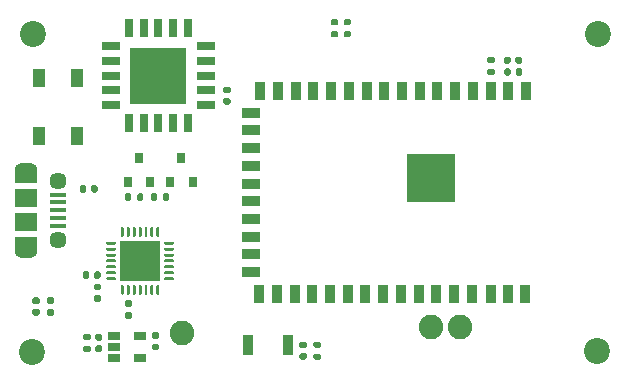
<source format=gts>
G04 #@! TF.GenerationSoftware,KiCad,Pcbnew,(5.1.9)-1*
G04 #@! TF.CreationDate,2021-04-20T13:04:08+03:00*
G04 #@! TF.ProjectId,ESP32_SCD40-D-R2,45535033-325f-4534-9344-34302d442d52,rev?*
G04 #@! TF.SameCoordinates,Original*
G04 #@! TF.FileFunction,Soldermask,Top*
G04 #@! TF.FilePolarity,Negative*
%FSLAX46Y46*%
G04 Gerber Fmt 4.6, Leading zero omitted, Abs format (unit mm)*
G04 Created by KiCad (PCBNEW (5.1.9)-1) date 2021-04-20 13:04:08*
%MOMM*%
%LPD*%
G01*
G04 APERTURE LIST*
%ADD10R,0.900000X1.500000*%
%ADD11R,1.500000X0.900000*%
%ADD12R,4.100000X4.100000*%
%ADD13C,2.200000*%
%ADD14R,1.500000X0.800000*%
%ADD15R,0.800000X1.500000*%
%ADD16R,4.800000X4.800000*%
%ADD17R,1.060000X0.650000*%
%ADD18R,3.350000X3.350000*%
%ADD19C,2.082800*%
%ADD20R,0.900000X1.700000*%
%ADD21R,0.800000X0.900000*%
%ADD22O,1.900000X0.950000*%
%ADD23R,1.900000X1.200000*%
%ADD24R,1.900000X1.500000*%
%ADD25R,1.350000X0.400000*%
%ADD26C,1.450000*%
%ADD27R,1.000000X1.500000*%
G04 APERTURE END LIST*
D10*
G04 #@! TO.C,U2*
X43825000Y-6875000D03*
X22825000Y-6875000D03*
X21325000Y-6875000D03*
D11*
X20575000Y-8750000D03*
X20575000Y-10250000D03*
X20575000Y-11750000D03*
X20575000Y-13250000D03*
X20575000Y-14750000D03*
X20575000Y-16250000D03*
X20575000Y-17750000D03*
X20575000Y-19250000D03*
D10*
X42325000Y-6875000D03*
X40825000Y-6875000D03*
X39325000Y-6875000D03*
X37825000Y-6875000D03*
X36325000Y-6875000D03*
X34825000Y-6875000D03*
X33325000Y-6875000D03*
X31825000Y-6875000D03*
X30325000Y-6875000D03*
X28825000Y-6875000D03*
X27325000Y-6875000D03*
X25825000Y-6875000D03*
X24325000Y-6875000D03*
X37725000Y-24125000D03*
X36225000Y-24125000D03*
X34725000Y-24125000D03*
X33225000Y-24125000D03*
X31725000Y-24125000D03*
X30225000Y-24125000D03*
X28725000Y-24125000D03*
X27225000Y-24125000D03*
X25725000Y-24125000D03*
X24225000Y-24125000D03*
X22725000Y-24125000D03*
X21225000Y-24125000D03*
D11*
X20575000Y-22250000D03*
X20575000Y-20750000D03*
D10*
X39225000Y-24125000D03*
X40825000Y-24125000D03*
X42325000Y-24125000D03*
X43725000Y-24125000D03*
D12*
X35785000Y-14310000D03*
G04 #@! TD*
D13*
G04 #@! TO.C,H3*
X49800000Y-28900000D03*
G04 #@! TD*
G04 #@! TO.C,H4*
X49900000Y-2050000D03*
G04 #@! TD*
D14*
G04 #@! TO.C,U4*
X8700000Y-3100000D03*
X8700000Y-4350000D03*
X8700000Y-5600000D03*
X8700000Y-6850000D03*
X8700000Y-8100000D03*
D15*
X15200000Y-1600000D03*
X13950000Y-1600000D03*
X12700000Y-1600000D03*
X11450000Y-1600000D03*
X10200000Y-1600000D03*
D14*
X16700000Y-3100000D03*
X16700000Y-4350000D03*
X16700000Y-5600000D03*
X16700000Y-6850000D03*
X16700000Y-8100000D03*
D15*
X15200000Y-9600000D03*
X13950000Y-9600000D03*
X12700000Y-9600000D03*
X11450000Y-9600000D03*
X10200000Y-9600000D03*
D16*
X12700000Y-5600000D03*
G04 #@! TD*
D17*
G04 #@! TO.C,U3*
X11150000Y-27650000D03*
X11150000Y-29550000D03*
X8950000Y-29550000D03*
X8950000Y-28600000D03*
X8950000Y-27650000D03*
G04 #@! TD*
D18*
G04 #@! TO.C,U1*
X11150000Y-21300000D03*
G36*
G01*
X9525000Y-19187500D02*
X9525000Y-18512500D01*
G75*
G02*
X9587500Y-18450000I62500J0D01*
G01*
X9712500Y-18450000D01*
G75*
G02*
X9775000Y-18512500I0J-62500D01*
G01*
X9775000Y-19187500D01*
G75*
G02*
X9712500Y-19250000I-62500J0D01*
G01*
X9587500Y-19250000D01*
G75*
G02*
X9525000Y-19187500I0J62500D01*
G01*
G37*
G36*
G01*
X10025000Y-19187500D02*
X10025000Y-18512500D01*
G75*
G02*
X10087500Y-18450000I62500J0D01*
G01*
X10212500Y-18450000D01*
G75*
G02*
X10275000Y-18512500I0J-62500D01*
G01*
X10275000Y-19187500D01*
G75*
G02*
X10212500Y-19250000I-62500J0D01*
G01*
X10087500Y-19250000D01*
G75*
G02*
X10025000Y-19187500I0J62500D01*
G01*
G37*
G36*
G01*
X10525000Y-19187500D02*
X10525000Y-18512500D01*
G75*
G02*
X10587500Y-18450000I62500J0D01*
G01*
X10712500Y-18450000D01*
G75*
G02*
X10775000Y-18512500I0J-62500D01*
G01*
X10775000Y-19187500D01*
G75*
G02*
X10712500Y-19250000I-62500J0D01*
G01*
X10587500Y-19250000D01*
G75*
G02*
X10525000Y-19187500I0J62500D01*
G01*
G37*
G36*
G01*
X11025000Y-19187500D02*
X11025000Y-18512500D01*
G75*
G02*
X11087500Y-18450000I62500J0D01*
G01*
X11212500Y-18450000D01*
G75*
G02*
X11275000Y-18512500I0J-62500D01*
G01*
X11275000Y-19187500D01*
G75*
G02*
X11212500Y-19250000I-62500J0D01*
G01*
X11087500Y-19250000D01*
G75*
G02*
X11025000Y-19187500I0J62500D01*
G01*
G37*
G36*
G01*
X11525000Y-19187500D02*
X11525000Y-18512500D01*
G75*
G02*
X11587500Y-18450000I62500J0D01*
G01*
X11712500Y-18450000D01*
G75*
G02*
X11775000Y-18512500I0J-62500D01*
G01*
X11775000Y-19187500D01*
G75*
G02*
X11712500Y-19250000I-62500J0D01*
G01*
X11587500Y-19250000D01*
G75*
G02*
X11525000Y-19187500I0J62500D01*
G01*
G37*
G36*
G01*
X12025000Y-19187500D02*
X12025000Y-18512500D01*
G75*
G02*
X12087500Y-18450000I62500J0D01*
G01*
X12212500Y-18450000D01*
G75*
G02*
X12275000Y-18512500I0J-62500D01*
G01*
X12275000Y-19187500D01*
G75*
G02*
X12212500Y-19250000I-62500J0D01*
G01*
X12087500Y-19250000D01*
G75*
G02*
X12025000Y-19187500I0J62500D01*
G01*
G37*
G36*
G01*
X12525000Y-19187500D02*
X12525000Y-18512500D01*
G75*
G02*
X12587500Y-18450000I62500J0D01*
G01*
X12712500Y-18450000D01*
G75*
G02*
X12775000Y-18512500I0J-62500D01*
G01*
X12775000Y-19187500D01*
G75*
G02*
X12712500Y-19250000I-62500J0D01*
G01*
X12587500Y-19250000D01*
G75*
G02*
X12525000Y-19187500I0J62500D01*
G01*
G37*
G36*
G01*
X13200000Y-19862500D02*
X13200000Y-19737500D01*
G75*
G02*
X13262500Y-19675000I62500J0D01*
G01*
X13937500Y-19675000D01*
G75*
G02*
X14000000Y-19737500I0J-62500D01*
G01*
X14000000Y-19862500D01*
G75*
G02*
X13937500Y-19925000I-62500J0D01*
G01*
X13262500Y-19925000D01*
G75*
G02*
X13200000Y-19862500I0J62500D01*
G01*
G37*
G36*
G01*
X13200000Y-20362500D02*
X13200000Y-20237500D01*
G75*
G02*
X13262500Y-20175000I62500J0D01*
G01*
X13937500Y-20175000D01*
G75*
G02*
X14000000Y-20237500I0J-62500D01*
G01*
X14000000Y-20362500D01*
G75*
G02*
X13937500Y-20425000I-62500J0D01*
G01*
X13262500Y-20425000D01*
G75*
G02*
X13200000Y-20362500I0J62500D01*
G01*
G37*
G36*
G01*
X13200000Y-20862500D02*
X13200000Y-20737500D01*
G75*
G02*
X13262500Y-20675000I62500J0D01*
G01*
X13937500Y-20675000D01*
G75*
G02*
X14000000Y-20737500I0J-62500D01*
G01*
X14000000Y-20862500D01*
G75*
G02*
X13937500Y-20925000I-62500J0D01*
G01*
X13262500Y-20925000D01*
G75*
G02*
X13200000Y-20862500I0J62500D01*
G01*
G37*
G36*
G01*
X13200000Y-21362500D02*
X13200000Y-21237500D01*
G75*
G02*
X13262500Y-21175000I62500J0D01*
G01*
X13937500Y-21175000D01*
G75*
G02*
X14000000Y-21237500I0J-62500D01*
G01*
X14000000Y-21362500D01*
G75*
G02*
X13937500Y-21425000I-62500J0D01*
G01*
X13262500Y-21425000D01*
G75*
G02*
X13200000Y-21362500I0J62500D01*
G01*
G37*
G36*
G01*
X13200000Y-21862500D02*
X13200000Y-21737500D01*
G75*
G02*
X13262500Y-21675000I62500J0D01*
G01*
X13937500Y-21675000D01*
G75*
G02*
X14000000Y-21737500I0J-62500D01*
G01*
X14000000Y-21862500D01*
G75*
G02*
X13937500Y-21925000I-62500J0D01*
G01*
X13262500Y-21925000D01*
G75*
G02*
X13200000Y-21862500I0J62500D01*
G01*
G37*
G36*
G01*
X13200000Y-22362500D02*
X13200000Y-22237500D01*
G75*
G02*
X13262500Y-22175000I62500J0D01*
G01*
X13937500Y-22175000D01*
G75*
G02*
X14000000Y-22237500I0J-62500D01*
G01*
X14000000Y-22362500D01*
G75*
G02*
X13937500Y-22425000I-62500J0D01*
G01*
X13262500Y-22425000D01*
G75*
G02*
X13200000Y-22362500I0J62500D01*
G01*
G37*
G36*
G01*
X13200000Y-22862500D02*
X13200000Y-22737500D01*
G75*
G02*
X13262500Y-22675000I62500J0D01*
G01*
X13937500Y-22675000D01*
G75*
G02*
X14000000Y-22737500I0J-62500D01*
G01*
X14000000Y-22862500D01*
G75*
G02*
X13937500Y-22925000I-62500J0D01*
G01*
X13262500Y-22925000D01*
G75*
G02*
X13200000Y-22862500I0J62500D01*
G01*
G37*
G36*
G01*
X12525000Y-24087500D02*
X12525000Y-23412500D01*
G75*
G02*
X12587500Y-23350000I62500J0D01*
G01*
X12712500Y-23350000D01*
G75*
G02*
X12775000Y-23412500I0J-62500D01*
G01*
X12775000Y-24087500D01*
G75*
G02*
X12712500Y-24150000I-62500J0D01*
G01*
X12587500Y-24150000D01*
G75*
G02*
X12525000Y-24087500I0J62500D01*
G01*
G37*
G36*
G01*
X12025000Y-24087500D02*
X12025000Y-23412500D01*
G75*
G02*
X12087500Y-23350000I62500J0D01*
G01*
X12212500Y-23350000D01*
G75*
G02*
X12275000Y-23412500I0J-62500D01*
G01*
X12275000Y-24087500D01*
G75*
G02*
X12212500Y-24150000I-62500J0D01*
G01*
X12087500Y-24150000D01*
G75*
G02*
X12025000Y-24087500I0J62500D01*
G01*
G37*
G36*
G01*
X11525000Y-24087500D02*
X11525000Y-23412500D01*
G75*
G02*
X11587500Y-23350000I62500J0D01*
G01*
X11712500Y-23350000D01*
G75*
G02*
X11775000Y-23412500I0J-62500D01*
G01*
X11775000Y-24087500D01*
G75*
G02*
X11712500Y-24150000I-62500J0D01*
G01*
X11587500Y-24150000D01*
G75*
G02*
X11525000Y-24087500I0J62500D01*
G01*
G37*
G36*
G01*
X11025000Y-24087500D02*
X11025000Y-23412500D01*
G75*
G02*
X11087500Y-23350000I62500J0D01*
G01*
X11212500Y-23350000D01*
G75*
G02*
X11275000Y-23412500I0J-62500D01*
G01*
X11275000Y-24087500D01*
G75*
G02*
X11212500Y-24150000I-62500J0D01*
G01*
X11087500Y-24150000D01*
G75*
G02*
X11025000Y-24087500I0J62500D01*
G01*
G37*
G36*
G01*
X10525000Y-24087500D02*
X10525000Y-23412500D01*
G75*
G02*
X10587500Y-23350000I62500J0D01*
G01*
X10712500Y-23350000D01*
G75*
G02*
X10775000Y-23412500I0J-62500D01*
G01*
X10775000Y-24087500D01*
G75*
G02*
X10712500Y-24150000I-62500J0D01*
G01*
X10587500Y-24150000D01*
G75*
G02*
X10525000Y-24087500I0J62500D01*
G01*
G37*
G36*
G01*
X10025000Y-24087500D02*
X10025000Y-23412500D01*
G75*
G02*
X10087500Y-23350000I62500J0D01*
G01*
X10212500Y-23350000D01*
G75*
G02*
X10275000Y-23412500I0J-62500D01*
G01*
X10275000Y-24087500D01*
G75*
G02*
X10212500Y-24150000I-62500J0D01*
G01*
X10087500Y-24150000D01*
G75*
G02*
X10025000Y-24087500I0J62500D01*
G01*
G37*
G36*
G01*
X9525000Y-24087500D02*
X9525000Y-23412500D01*
G75*
G02*
X9587500Y-23350000I62500J0D01*
G01*
X9712500Y-23350000D01*
G75*
G02*
X9775000Y-23412500I0J-62500D01*
G01*
X9775000Y-24087500D01*
G75*
G02*
X9712500Y-24150000I-62500J0D01*
G01*
X9587500Y-24150000D01*
G75*
G02*
X9525000Y-24087500I0J62500D01*
G01*
G37*
G36*
G01*
X8300000Y-22862500D02*
X8300000Y-22737500D01*
G75*
G02*
X8362500Y-22675000I62500J0D01*
G01*
X9037500Y-22675000D01*
G75*
G02*
X9100000Y-22737500I0J-62500D01*
G01*
X9100000Y-22862500D01*
G75*
G02*
X9037500Y-22925000I-62500J0D01*
G01*
X8362500Y-22925000D01*
G75*
G02*
X8300000Y-22862500I0J62500D01*
G01*
G37*
G36*
G01*
X8300000Y-22362500D02*
X8300000Y-22237500D01*
G75*
G02*
X8362500Y-22175000I62500J0D01*
G01*
X9037500Y-22175000D01*
G75*
G02*
X9100000Y-22237500I0J-62500D01*
G01*
X9100000Y-22362500D01*
G75*
G02*
X9037500Y-22425000I-62500J0D01*
G01*
X8362500Y-22425000D01*
G75*
G02*
X8300000Y-22362500I0J62500D01*
G01*
G37*
G36*
G01*
X8300000Y-21862500D02*
X8300000Y-21737500D01*
G75*
G02*
X8362500Y-21675000I62500J0D01*
G01*
X9037500Y-21675000D01*
G75*
G02*
X9100000Y-21737500I0J-62500D01*
G01*
X9100000Y-21862500D01*
G75*
G02*
X9037500Y-21925000I-62500J0D01*
G01*
X8362500Y-21925000D01*
G75*
G02*
X8300000Y-21862500I0J62500D01*
G01*
G37*
G36*
G01*
X8300000Y-21362500D02*
X8300000Y-21237500D01*
G75*
G02*
X8362500Y-21175000I62500J0D01*
G01*
X9037500Y-21175000D01*
G75*
G02*
X9100000Y-21237500I0J-62500D01*
G01*
X9100000Y-21362500D01*
G75*
G02*
X9037500Y-21425000I-62500J0D01*
G01*
X8362500Y-21425000D01*
G75*
G02*
X8300000Y-21362500I0J62500D01*
G01*
G37*
G36*
G01*
X8300000Y-20862500D02*
X8300000Y-20737500D01*
G75*
G02*
X8362500Y-20675000I62500J0D01*
G01*
X9037500Y-20675000D01*
G75*
G02*
X9100000Y-20737500I0J-62500D01*
G01*
X9100000Y-20862500D01*
G75*
G02*
X9037500Y-20925000I-62500J0D01*
G01*
X8362500Y-20925000D01*
G75*
G02*
X8300000Y-20862500I0J62500D01*
G01*
G37*
G36*
G01*
X8300000Y-20362500D02*
X8300000Y-20237500D01*
G75*
G02*
X8362500Y-20175000I62500J0D01*
G01*
X9037500Y-20175000D01*
G75*
G02*
X9100000Y-20237500I0J-62500D01*
G01*
X9100000Y-20362500D01*
G75*
G02*
X9037500Y-20425000I-62500J0D01*
G01*
X8362500Y-20425000D01*
G75*
G02*
X8300000Y-20362500I0J62500D01*
G01*
G37*
G36*
G01*
X8300000Y-19862500D02*
X8300000Y-19737500D01*
G75*
G02*
X8362500Y-19675000I62500J0D01*
G01*
X9037500Y-19675000D01*
G75*
G02*
X9100000Y-19737500I0J-62500D01*
G01*
X9100000Y-19862500D01*
G75*
G02*
X9037500Y-19925000I-62500J0D01*
G01*
X8362500Y-19925000D01*
G75*
G02*
X8300000Y-19862500I0J62500D01*
G01*
G37*
G04 #@! TD*
D19*
G04 #@! TO.C,TP3*
X35750000Y-26900000D03*
G04 #@! TD*
G04 #@! TO.C,TP2*
X38250000Y-26900000D03*
G04 #@! TD*
G04 #@! TO.C,TP1*
X14700000Y-27400000D03*
G04 #@! TD*
D20*
G04 #@! TO.C,SW1*
X23650000Y-28400000D03*
X20250000Y-28400000D03*
G04 #@! TD*
G04 #@! TO.C,R9*
G36*
G01*
X6465000Y-28490000D02*
X6835000Y-28490000D01*
G75*
G02*
X6970000Y-28625000I0J-135000D01*
G01*
X6970000Y-28895000D01*
G75*
G02*
X6835000Y-29030000I-135000J0D01*
G01*
X6465000Y-29030000D01*
G75*
G02*
X6330000Y-28895000I0J135000D01*
G01*
X6330000Y-28625000D01*
G75*
G02*
X6465000Y-28490000I135000J0D01*
G01*
G37*
G36*
G01*
X6465000Y-27470000D02*
X6835000Y-27470000D01*
G75*
G02*
X6970000Y-27605000I0J-135000D01*
G01*
X6970000Y-27875000D01*
G75*
G02*
X6835000Y-28010000I-135000J0D01*
G01*
X6465000Y-28010000D01*
G75*
G02*
X6330000Y-27875000I0J135000D01*
G01*
X6330000Y-27605000D01*
G75*
G02*
X6465000Y-27470000I135000J0D01*
G01*
G37*
G04 #@! TD*
G04 #@! TO.C,R8*
G36*
G01*
X41035000Y-4550000D02*
X40665000Y-4550000D01*
G75*
G02*
X40530000Y-4415000I0J135000D01*
G01*
X40530000Y-4145000D01*
G75*
G02*
X40665000Y-4010000I135000J0D01*
G01*
X41035000Y-4010000D01*
G75*
G02*
X41170000Y-4145000I0J-135000D01*
G01*
X41170000Y-4415000D01*
G75*
G02*
X41035000Y-4550000I-135000J0D01*
G01*
G37*
G36*
G01*
X41035000Y-5570000D02*
X40665000Y-5570000D01*
G75*
G02*
X40530000Y-5435000I0J135000D01*
G01*
X40530000Y-5165000D01*
G75*
G02*
X40665000Y-5030000I135000J0D01*
G01*
X41035000Y-5030000D01*
G75*
G02*
X41170000Y-5165000I0J-135000D01*
G01*
X41170000Y-5435000D01*
G75*
G02*
X41035000Y-5570000I-135000J0D01*
G01*
G37*
G04 #@! TD*
G04 #@! TO.C,R7*
G36*
G01*
X12600000Y-15715000D02*
X12600000Y-16085000D01*
G75*
G02*
X12465000Y-16220000I-135000J0D01*
G01*
X12195000Y-16220000D01*
G75*
G02*
X12060000Y-16085000I0J135000D01*
G01*
X12060000Y-15715000D01*
G75*
G02*
X12195000Y-15580000I135000J0D01*
G01*
X12465000Y-15580000D01*
G75*
G02*
X12600000Y-15715000I0J-135000D01*
G01*
G37*
G36*
G01*
X13620000Y-15715000D02*
X13620000Y-16085000D01*
G75*
G02*
X13485000Y-16220000I-135000J0D01*
G01*
X13215000Y-16220000D01*
G75*
G02*
X13080000Y-16085000I0J135000D01*
G01*
X13080000Y-15715000D01*
G75*
G02*
X13215000Y-15580000I135000J0D01*
G01*
X13485000Y-15580000D01*
G75*
G02*
X13620000Y-15715000I0J-135000D01*
G01*
G37*
G04 #@! TD*
G04 #@! TO.C,R6*
G36*
G01*
X27785000Y-1360000D02*
X27415000Y-1360000D01*
G75*
G02*
X27280000Y-1225000I0J135000D01*
G01*
X27280000Y-955000D01*
G75*
G02*
X27415000Y-820000I135000J0D01*
G01*
X27785000Y-820000D01*
G75*
G02*
X27920000Y-955000I0J-135000D01*
G01*
X27920000Y-1225000D01*
G75*
G02*
X27785000Y-1360000I-135000J0D01*
G01*
G37*
G36*
G01*
X27785000Y-2380000D02*
X27415000Y-2380000D01*
G75*
G02*
X27280000Y-2245000I0J135000D01*
G01*
X27280000Y-1975000D01*
G75*
G02*
X27415000Y-1840000I135000J0D01*
G01*
X27785000Y-1840000D01*
G75*
G02*
X27920000Y-1975000I0J-135000D01*
G01*
X27920000Y-2245000D01*
G75*
G02*
X27785000Y-2380000I-135000J0D01*
G01*
G37*
G04 #@! TD*
G04 #@! TO.C,R5*
G36*
G01*
X28885000Y-1350000D02*
X28515000Y-1350000D01*
G75*
G02*
X28380000Y-1215000I0J135000D01*
G01*
X28380000Y-945000D01*
G75*
G02*
X28515000Y-810000I135000J0D01*
G01*
X28885000Y-810000D01*
G75*
G02*
X29020000Y-945000I0J-135000D01*
G01*
X29020000Y-1215000D01*
G75*
G02*
X28885000Y-1350000I-135000J0D01*
G01*
G37*
G36*
G01*
X28885000Y-2370000D02*
X28515000Y-2370000D01*
G75*
G02*
X28380000Y-2235000I0J135000D01*
G01*
X28380000Y-1965000D01*
G75*
G02*
X28515000Y-1830000I135000J0D01*
G01*
X28885000Y-1830000D01*
G75*
G02*
X29020000Y-1965000I0J-135000D01*
G01*
X29020000Y-2235000D01*
G75*
G02*
X28885000Y-2370000I-135000J0D01*
G01*
G37*
G04 #@! TD*
G04 #@! TO.C,R4*
G36*
G01*
X10890000Y-16085000D02*
X10890000Y-15715000D01*
G75*
G02*
X11025000Y-15580000I135000J0D01*
G01*
X11295000Y-15580000D01*
G75*
G02*
X11430000Y-15715000I0J-135000D01*
G01*
X11430000Y-16085000D01*
G75*
G02*
X11295000Y-16220000I-135000J0D01*
G01*
X11025000Y-16220000D01*
G75*
G02*
X10890000Y-16085000I0J135000D01*
G01*
G37*
G36*
G01*
X9870000Y-16085000D02*
X9870000Y-15715000D01*
G75*
G02*
X10005000Y-15580000I135000J0D01*
G01*
X10275000Y-15580000D01*
G75*
G02*
X10410000Y-15715000I0J-135000D01*
G01*
X10410000Y-16085000D01*
G75*
G02*
X10275000Y-16220000I-135000J0D01*
G01*
X10005000Y-16220000D01*
G75*
G02*
X9870000Y-16085000I0J135000D01*
G01*
G37*
G04 #@! TD*
G04 #@! TO.C,R3*
G36*
G01*
X25965000Y-29140000D02*
X26335000Y-29140000D01*
G75*
G02*
X26470000Y-29275000I0J-135000D01*
G01*
X26470000Y-29545000D01*
G75*
G02*
X26335000Y-29680000I-135000J0D01*
G01*
X25965000Y-29680000D01*
G75*
G02*
X25830000Y-29545000I0J135000D01*
G01*
X25830000Y-29275000D01*
G75*
G02*
X25965000Y-29140000I135000J0D01*
G01*
G37*
G36*
G01*
X25965000Y-28120000D02*
X26335000Y-28120000D01*
G75*
G02*
X26470000Y-28255000I0J-135000D01*
G01*
X26470000Y-28525000D01*
G75*
G02*
X26335000Y-28660000I-135000J0D01*
G01*
X25965000Y-28660000D01*
G75*
G02*
X25830000Y-28525000I0J135000D01*
G01*
X25830000Y-28255000D01*
G75*
G02*
X25965000Y-28120000I135000J0D01*
G01*
G37*
G04 #@! TD*
G04 #@! TO.C,R2*
G36*
G01*
X9965000Y-25640000D02*
X10335000Y-25640000D01*
G75*
G02*
X10470000Y-25775000I0J-135000D01*
G01*
X10470000Y-26045000D01*
G75*
G02*
X10335000Y-26180000I-135000J0D01*
G01*
X9965000Y-26180000D01*
G75*
G02*
X9830000Y-26045000I0J135000D01*
G01*
X9830000Y-25775000D01*
G75*
G02*
X9965000Y-25640000I135000J0D01*
G01*
G37*
G36*
G01*
X9965000Y-24620000D02*
X10335000Y-24620000D01*
G75*
G02*
X10470000Y-24755000I0J-135000D01*
G01*
X10470000Y-25025000D01*
G75*
G02*
X10335000Y-25160000I-135000J0D01*
G01*
X9965000Y-25160000D01*
G75*
G02*
X9830000Y-25025000I0J135000D01*
G01*
X9830000Y-24755000D01*
G75*
G02*
X9965000Y-24620000I135000J0D01*
G01*
G37*
G04 #@! TD*
G04 #@! TO.C,R1*
G36*
G01*
X3735000Y-24910000D02*
X3365000Y-24910000D01*
G75*
G02*
X3230000Y-24775000I0J135000D01*
G01*
X3230000Y-24505000D01*
G75*
G02*
X3365000Y-24370000I135000J0D01*
G01*
X3735000Y-24370000D01*
G75*
G02*
X3870000Y-24505000I0J-135000D01*
G01*
X3870000Y-24775000D01*
G75*
G02*
X3735000Y-24910000I-135000J0D01*
G01*
G37*
G36*
G01*
X3735000Y-25930000D02*
X3365000Y-25930000D01*
G75*
G02*
X3230000Y-25795000I0J135000D01*
G01*
X3230000Y-25525000D01*
G75*
G02*
X3365000Y-25390000I135000J0D01*
G01*
X3735000Y-25390000D01*
G75*
G02*
X3870000Y-25525000I0J-135000D01*
G01*
X3870000Y-25795000D01*
G75*
G02*
X3735000Y-25930000I-135000J0D01*
G01*
G37*
G04 #@! TD*
D21*
G04 #@! TO.C,Q2*
X14650000Y-12600000D03*
X15600000Y-14600000D03*
X13700000Y-14600000D03*
G04 #@! TD*
G04 #@! TO.C,Q1*
X11050000Y-12600000D03*
X12000000Y-14600000D03*
X10100000Y-14600000D03*
G04 #@! TD*
D22*
G04 #@! TO.C,J1*
X1500000Y-20500000D03*
X1500000Y-13500000D03*
D23*
X1500000Y-19900000D03*
X1500000Y-14100000D03*
D24*
X1500000Y-18000000D03*
X1500000Y-16000000D03*
D25*
X4200000Y-18300000D03*
X4200000Y-17650000D03*
X4200000Y-17000000D03*
X4200000Y-16350000D03*
X4200000Y-15700000D03*
D26*
X4200000Y-19500000D03*
X4200000Y-14500000D03*
G04 #@! TD*
D13*
G04 #@! TO.C,H2*
X2000000Y-29000000D03*
G04 #@! TD*
G04 #@! TO.C,H1*
X2100000Y-2100000D03*
G04 #@! TD*
G04 #@! TO.C,D2*
G36*
G01*
X2522500Y-24960000D02*
X2177500Y-24960000D01*
G75*
G02*
X2030000Y-24812500I0J147500D01*
G01*
X2030000Y-24517500D01*
G75*
G02*
X2177500Y-24370000I147500J0D01*
G01*
X2522500Y-24370000D01*
G75*
G02*
X2670000Y-24517500I0J-147500D01*
G01*
X2670000Y-24812500D01*
G75*
G02*
X2522500Y-24960000I-147500J0D01*
G01*
G37*
G36*
G01*
X2522500Y-25930000D02*
X2177500Y-25930000D01*
G75*
G02*
X2030000Y-25782500I0J147500D01*
G01*
X2030000Y-25487500D01*
G75*
G02*
X2177500Y-25340000I147500J0D01*
G01*
X2522500Y-25340000D01*
G75*
G02*
X2670000Y-25487500I0J-147500D01*
G01*
X2670000Y-25782500D01*
G75*
G02*
X2522500Y-25930000I-147500J0D01*
G01*
G37*
G04 #@! TD*
D27*
G04 #@! TO.C,D1*
X2600000Y-10750000D03*
X5800000Y-10750000D03*
X2600000Y-5850000D03*
X5800000Y-5850000D03*
G04 #@! TD*
G04 #@! TO.C,C9*
G36*
G01*
X7480000Y-28450000D02*
X7820000Y-28450000D01*
G75*
G02*
X7960000Y-28590000I0J-140000D01*
G01*
X7960000Y-28870000D01*
G75*
G02*
X7820000Y-29010000I-140000J0D01*
G01*
X7480000Y-29010000D01*
G75*
G02*
X7340000Y-28870000I0J140000D01*
G01*
X7340000Y-28590000D01*
G75*
G02*
X7480000Y-28450000I140000J0D01*
G01*
G37*
G36*
G01*
X7480000Y-27490000D02*
X7820000Y-27490000D01*
G75*
G02*
X7960000Y-27630000I0J-140000D01*
G01*
X7960000Y-27910000D01*
G75*
G02*
X7820000Y-28050000I-140000J0D01*
G01*
X7480000Y-28050000D01*
G75*
G02*
X7340000Y-27910000I0J140000D01*
G01*
X7340000Y-27630000D01*
G75*
G02*
X7480000Y-27490000I140000J0D01*
G01*
G37*
G04 #@! TD*
G04 #@! TO.C,C8*
G36*
G01*
X12280000Y-28300000D02*
X12620000Y-28300000D01*
G75*
G02*
X12760000Y-28440000I0J-140000D01*
G01*
X12760000Y-28720000D01*
G75*
G02*
X12620000Y-28860000I-140000J0D01*
G01*
X12280000Y-28860000D01*
G75*
G02*
X12140000Y-28720000I0J140000D01*
G01*
X12140000Y-28440000D01*
G75*
G02*
X12280000Y-28300000I140000J0D01*
G01*
G37*
G36*
G01*
X12280000Y-27340000D02*
X12620000Y-27340000D01*
G75*
G02*
X12760000Y-27480000I0J-140000D01*
G01*
X12760000Y-27760000D01*
G75*
G02*
X12620000Y-27900000I-140000J0D01*
G01*
X12280000Y-27900000D01*
G75*
G02*
X12140000Y-27760000I0J140000D01*
G01*
X12140000Y-27480000D01*
G75*
G02*
X12280000Y-27340000I140000J0D01*
G01*
G37*
G04 #@! TD*
G04 #@! TO.C,C7*
G36*
G01*
X18670000Y-7100000D02*
X18330000Y-7100000D01*
G75*
G02*
X18190000Y-6960000I0J140000D01*
G01*
X18190000Y-6680000D01*
G75*
G02*
X18330000Y-6540000I140000J0D01*
G01*
X18670000Y-6540000D01*
G75*
G02*
X18810000Y-6680000I0J-140000D01*
G01*
X18810000Y-6960000D01*
G75*
G02*
X18670000Y-7100000I-140000J0D01*
G01*
G37*
G36*
G01*
X18670000Y-8060000D02*
X18330000Y-8060000D01*
G75*
G02*
X18190000Y-7920000I0J140000D01*
G01*
X18190000Y-7640000D01*
G75*
G02*
X18330000Y-7500000I140000J0D01*
G01*
X18670000Y-7500000D01*
G75*
G02*
X18810000Y-7640000I0J-140000D01*
G01*
X18810000Y-7920000D01*
G75*
G02*
X18670000Y-8060000I-140000J0D01*
G01*
G37*
G04 #@! TD*
G04 #@! TO.C,C6*
G36*
G01*
X24780000Y-29100000D02*
X25120000Y-29100000D01*
G75*
G02*
X25260000Y-29240000I0J-140000D01*
G01*
X25260000Y-29520000D01*
G75*
G02*
X25120000Y-29660000I-140000J0D01*
G01*
X24780000Y-29660000D01*
G75*
G02*
X24640000Y-29520000I0J140000D01*
G01*
X24640000Y-29240000D01*
G75*
G02*
X24780000Y-29100000I140000J0D01*
G01*
G37*
G36*
G01*
X24780000Y-28140000D02*
X25120000Y-28140000D01*
G75*
G02*
X25260000Y-28280000I0J-140000D01*
G01*
X25260000Y-28560000D01*
G75*
G02*
X25120000Y-28700000I-140000J0D01*
G01*
X24780000Y-28700000D01*
G75*
G02*
X24640000Y-28560000I0J140000D01*
G01*
X24640000Y-28280000D01*
G75*
G02*
X24780000Y-28140000I140000J0D01*
G01*
G37*
G04 #@! TD*
G04 #@! TO.C,C5*
G36*
G01*
X7380000Y-24180000D02*
X7720000Y-24180000D01*
G75*
G02*
X7860000Y-24320000I0J-140000D01*
G01*
X7860000Y-24600000D01*
G75*
G02*
X7720000Y-24740000I-140000J0D01*
G01*
X7380000Y-24740000D01*
G75*
G02*
X7240000Y-24600000I0J140000D01*
G01*
X7240000Y-24320000D01*
G75*
G02*
X7380000Y-24180000I140000J0D01*
G01*
G37*
G36*
G01*
X7380000Y-23220000D02*
X7720000Y-23220000D01*
G75*
G02*
X7860000Y-23360000I0J-140000D01*
G01*
X7860000Y-23640000D01*
G75*
G02*
X7720000Y-23780000I-140000J0D01*
G01*
X7380000Y-23780000D01*
G75*
G02*
X7240000Y-23640000I0J140000D01*
G01*
X7240000Y-23360000D01*
G75*
G02*
X7380000Y-23220000I140000J0D01*
G01*
G37*
G04 #@! TD*
G04 #@! TO.C,C4*
G36*
G01*
X7000000Y-15370000D02*
X7000000Y-15030000D01*
G75*
G02*
X7140000Y-14890000I140000J0D01*
G01*
X7420000Y-14890000D01*
G75*
G02*
X7560000Y-15030000I0J-140000D01*
G01*
X7560000Y-15370000D01*
G75*
G02*
X7420000Y-15510000I-140000J0D01*
G01*
X7140000Y-15510000D01*
G75*
G02*
X7000000Y-15370000I0J140000D01*
G01*
G37*
G36*
G01*
X6040000Y-15370000D02*
X6040000Y-15030000D01*
G75*
G02*
X6180000Y-14890000I140000J0D01*
G01*
X6460000Y-14890000D01*
G75*
G02*
X6600000Y-15030000I0J-140000D01*
G01*
X6600000Y-15370000D01*
G75*
G02*
X6460000Y-15510000I-140000J0D01*
G01*
X6180000Y-15510000D01*
G75*
G02*
X6040000Y-15370000I0J140000D01*
G01*
G37*
G04 #@! TD*
G04 #@! TO.C,C3*
G36*
G01*
X42950000Y-5470000D02*
X42950000Y-5130000D01*
G75*
G02*
X43090000Y-4990000I140000J0D01*
G01*
X43370000Y-4990000D01*
G75*
G02*
X43510000Y-5130000I0J-140000D01*
G01*
X43510000Y-5470000D01*
G75*
G02*
X43370000Y-5610000I-140000J0D01*
G01*
X43090000Y-5610000D01*
G75*
G02*
X42950000Y-5470000I0J140000D01*
G01*
G37*
G36*
G01*
X41990000Y-5470000D02*
X41990000Y-5130000D01*
G75*
G02*
X42130000Y-4990000I140000J0D01*
G01*
X42410000Y-4990000D01*
G75*
G02*
X42550000Y-5130000I0J-140000D01*
G01*
X42550000Y-5470000D01*
G75*
G02*
X42410000Y-5610000I-140000J0D01*
G01*
X42130000Y-5610000D01*
G75*
G02*
X41990000Y-5470000I0J140000D01*
G01*
G37*
G04 #@! TD*
G04 #@! TO.C,C2*
G36*
G01*
X42930000Y-4470000D02*
X42930000Y-4130000D01*
G75*
G02*
X43070000Y-3990000I140000J0D01*
G01*
X43350000Y-3990000D01*
G75*
G02*
X43490000Y-4130000I0J-140000D01*
G01*
X43490000Y-4470000D01*
G75*
G02*
X43350000Y-4610000I-140000J0D01*
G01*
X43070000Y-4610000D01*
G75*
G02*
X42930000Y-4470000I0J140000D01*
G01*
G37*
G36*
G01*
X41970000Y-4470000D02*
X41970000Y-4130000D01*
G75*
G02*
X42110000Y-3990000I140000J0D01*
G01*
X42390000Y-3990000D01*
G75*
G02*
X42530000Y-4130000I0J-140000D01*
G01*
X42530000Y-4470000D01*
G75*
G02*
X42390000Y-4610000I-140000J0D01*
G01*
X42110000Y-4610000D01*
G75*
G02*
X41970000Y-4470000I0J140000D01*
G01*
G37*
G04 #@! TD*
G04 #@! TO.C,C1*
G36*
G01*
X7250000Y-22670000D02*
X7250000Y-22330000D01*
G75*
G02*
X7390000Y-22190000I140000J0D01*
G01*
X7670000Y-22190000D01*
G75*
G02*
X7810000Y-22330000I0J-140000D01*
G01*
X7810000Y-22670000D01*
G75*
G02*
X7670000Y-22810000I-140000J0D01*
G01*
X7390000Y-22810000D01*
G75*
G02*
X7250000Y-22670000I0J140000D01*
G01*
G37*
G36*
G01*
X6290000Y-22670000D02*
X6290000Y-22330000D01*
G75*
G02*
X6430000Y-22190000I140000J0D01*
G01*
X6710000Y-22190000D01*
G75*
G02*
X6850000Y-22330000I0J-140000D01*
G01*
X6850000Y-22670000D01*
G75*
G02*
X6710000Y-22810000I-140000J0D01*
G01*
X6430000Y-22810000D01*
G75*
G02*
X6290000Y-22670000I0J140000D01*
G01*
G37*
G04 #@! TD*
M02*

</source>
